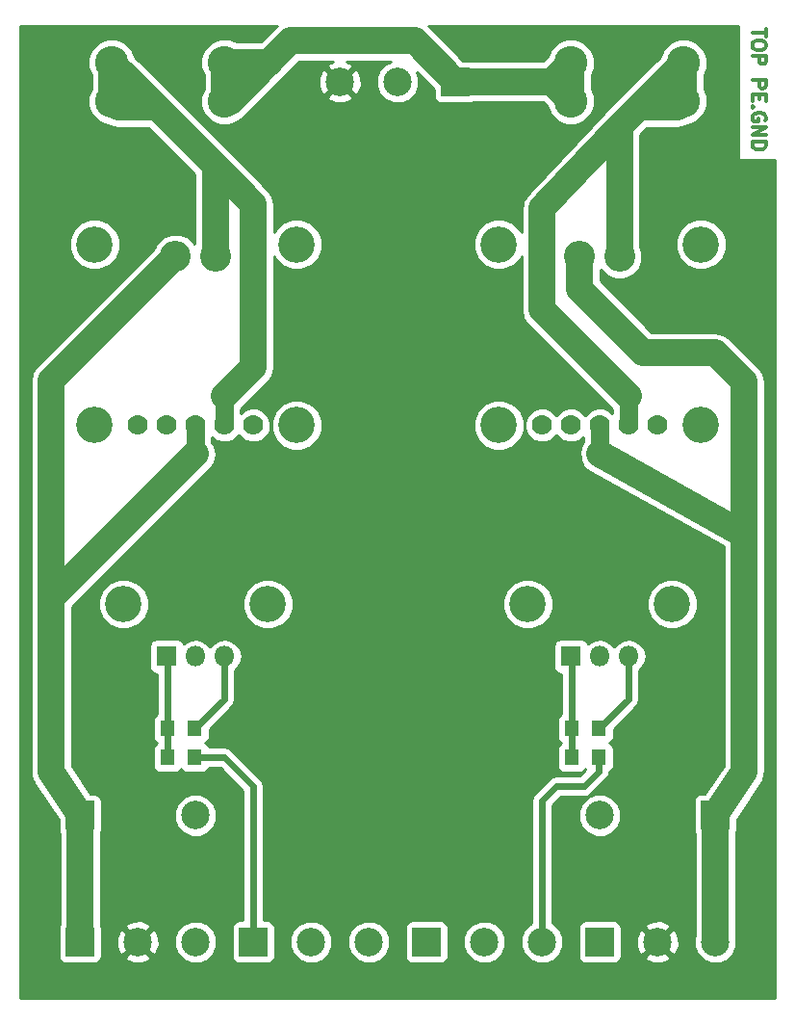
<source format=gtl>
G04 #@! TF.FileFunction,Copper,L1,Top,Signal*
%FSLAX46Y46*%
G04 Gerber Fmt 4.6, Leading zero omitted, Abs format (unit mm)*
G04 Created by KiCad (PCBNEW 4.0.6) date 06/30/17 08:52:43*
%MOMM*%
%LPD*%
G01*
G04 APERTURE LIST*
%ADD10C,0.100000*%
%ADD11C,0.304800*%
%ADD12R,2.500000X2.500000*%
%ADD13C,2.500000*%
%ADD14R,1.800000X1.800000*%
%ADD15O,1.800000X1.800000*%
%ADD16R,1.300000X1.400000*%
%ADD17C,2.921000*%
%ADD18C,3.200000*%
%ADD19C,3.200400*%
%ADD20C,1.778000*%
%ADD21C,2.717800*%
%ADD22C,2.362200*%
%ADD23C,1.625600*%
%ADD24C,0.609600*%
%ADD25C,0.254000*%
G04 APERTURE END LIST*
D10*
D11*
X177197657Y-52045715D02*
X177197657Y-52742401D01*
X175978457Y-52394058D02*
X177197657Y-52394058D01*
X177197657Y-53381029D02*
X177197657Y-53613258D01*
X177139600Y-53729372D01*
X177023486Y-53845486D01*
X176791257Y-53903544D01*
X176384857Y-53903544D01*
X176152629Y-53845486D01*
X176036514Y-53729372D01*
X175978457Y-53613258D01*
X175978457Y-53381029D01*
X176036514Y-53264915D01*
X176152629Y-53148801D01*
X176384857Y-53090744D01*
X176791257Y-53090744D01*
X177023486Y-53148801D01*
X177139600Y-53264915D01*
X177197657Y-53381029D01*
X175978457Y-54426058D02*
X177197657Y-54426058D01*
X177197657Y-54890515D01*
X177139600Y-55006629D01*
X177081543Y-55064686D01*
X176965429Y-55122743D01*
X176791257Y-55122743D01*
X176675143Y-55064686D01*
X176617086Y-55006629D01*
X176559029Y-54890515D01*
X176559029Y-54426058D01*
X175978457Y-56574172D02*
X177197657Y-56574172D01*
X177197657Y-57038629D01*
X177139600Y-57154743D01*
X177081543Y-57212800D01*
X176965429Y-57270857D01*
X176791257Y-57270857D01*
X176675143Y-57212800D01*
X176617086Y-57154743D01*
X176559029Y-57038629D01*
X176559029Y-56574172D01*
X176617086Y-57793372D02*
X176617086Y-58199772D01*
X175978457Y-58373943D02*
X175978457Y-57793372D01*
X177197657Y-57793372D01*
X177197657Y-58373943D01*
X176094571Y-58896458D02*
X176036514Y-58954515D01*
X175978457Y-58896458D01*
X176036514Y-58838401D01*
X176094571Y-58896458D01*
X175978457Y-58896458D01*
X177139600Y-60115657D02*
X177197657Y-59999543D01*
X177197657Y-59825372D01*
X177139600Y-59651200D01*
X177023486Y-59535086D01*
X176907371Y-59477029D01*
X176675143Y-59418972D01*
X176500971Y-59418972D01*
X176268743Y-59477029D01*
X176152629Y-59535086D01*
X176036514Y-59651200D01*
X175978457Y-59825372D01*
X175978457Y-59941486D01*
X176036514Y-60115657D01*
X176094571Y-60173714D01*
X176500971Y-60173714D01*
X176500971Y-59941486D01*
X175978457Y-60696229D02*
X177197657Y-60696229D01*
X175978457Y-61392914D01*
X177197657Y-61392914D01*
X175978457Y-61973486D02*
X177197657Y-61973486D01*
X177197657Y-62263771D01*
X177139600Y-62437943D01*
X177023486Y-62554057D01*
X176907371Y-62612114D01*
X176675143Y-62670171D01*
X176500971Y-62670171D01*
X176268743Y-62612114D01*
X176152629Y-62554057D01*
X176036514Y-62437943D01*
X175978457Y-62263771D01*
X175978457Y-61973486D01*
D12*
X132080000Y-132300000D03*
D13*
X137160000Y-132300000D03*
X142240000Y-132300000D03*
D12*
X147320000Y-132300000D03*
D13*
X152400000Y-132300000D03*
X157480000Y-132300000D03*
D12*
X149860000Y-56700000D03*
D13*
X144780000Y-56700000D03*
X139700000Y-56700000D03*
D12*
X116840000Y-132300000D03*
D13*
X121920000Y-132300000D03*
X127000000Y-132300000D03*
D12*
X162560000Y-132300000D03*
D13*
X167640000Y-132300000D03*
X172720000Y-132300000D03*
D14*
X124460000Y-107200000D03*
D15*
X127000000Y-107200000D03*
X129540000Y-107200000D03*
D14*
X160020000Y-107200000D03*
D15*
X162560000Y-107200000D03*
X165100000Y-107200000D03*
D16*
X126930000Y-116090000D03*
X124530000Y-116090000D03*
X124530000Y-113550000D03*
X126930000Y-113550000D03*
X162490000Y-116090000D03*
X160090000Y-116090000D03*
X160090000Y-113550000D03*
X162490000Y-113550000D03*
D17*
X129540000Y-55000000D03*
X119634000Y-55000000D03*
X129540000Y-58403600D03*
X119634000Y-58403600D03*
X160020000Y-58400000D03*
X169926000Y-58400000D03*
X160020000Y-54996400D03*
X169926000Y-54996400D03*
D18*
X120650000Y-102600000D03*
X133350000Y-102600000D03*
X156210000Y-102600000D03*
X168910000Y-102600000D03*
D12*
X116840000Y-121170000D03*
D13*
X127000000Y-121170000D03*
D12*
X172720000Y-121170000D03*
D13*
X162560000Y-121170000D03*
D19*
X135890000Y-86880000D03*
X135890000Y-70979600D03*
X118110000Y-70979600D03*
D20*
X121920000Y-86880000D03*
X124460000Y-86880000D03*
X127000000Y-86880000D03*
X129540000Y-86880000D03*
X132080000Y-86880000D03*
D21*
X128727200Y-72046400D03*
X125222000Y-72046400D03*
D19*
X118110000Y-86880000D03*
X171450000Y-86880000D03*
X171450000Y-70979600D03*
X153670000Y-70979600D03*
D20*
X157480000Y-86880000D03*
X160020000Y-86880000D03*
X162560000Y-86880000D03*
X165100000Y-86880000D03*
X167640000Y-86880000D03*
D21*
X164287200Y-72046400D03*
X160782000Y-72046400D03*
D19*
X153670000Y-86880000D03*
D22*
X114300000Y-102120000D02*
X127000000Y-89420000D01*
D23*
X127000000Y-89420000D02*
X127000000Y-86880000D01*
D22*
X125222000Y-72046400D02*
X114300000Y-82968400D01*
X114300000Y-82968400D02*
X114300000Y-102120000D01*
X114300000Y-117360000D02*
X116840000Y-121170000D01*
X114300000Y-102120000D02*
X114300000Y-117360000D01*
X116840000Y-132300000D02*
X116840000Y-121170000D01*
X175260000Y-83070000D02*
X172720000Y-80530000D01*
X172720000Y-80530000D02*
X166370000Y-80530000D01*
X166370000Y-80530000D02*
X160782000Y-74942000D01*
X160782000Y-74942000D02*
X160782000Y-72046400D01*
X175260000Y-96475556D02*
X175260000Y-84340000D01*
X175260000Y-84340000D02*
X175260000Y-83070000D01*
D23*
X162560000Y-86880000D02*
X162560000Y-89420000D01*
D22*
X162560000Y-89420000D02*
X175260000Y-96475556D01*
X175260000Y-117360000D02*
X175260000Y-96475556D01*
X175260000Y-117360000D02*
X172720000Y-121170000D01*
X172720000Y-132300000D02*
X172720000Y-121170000D01*
D24*
X126930000Y-116090000D02*
X129540000Y-116090000D01*
X129540000Y-116090000D02*
X132080000Y-118630000D01*
X132080000Y-118630000D02*
X132080000Y-132300000D01*
X162490000Y-116090000D02*
X162490000Y-117290000D01*
X157480000Y-119900000D02*
X157480000Y-132300000D01*
X158750000Y-118630000D02*
X157480000Y-119900000D01*
X161150000Y-118630000D02*
X158750000Y-118630000D01*
X162490000Y-117290000D02*
X161150000Y-118630000D01*
D22*
X160020000Y-58400000D02*
X160020000Y-54996400D01*
X129540000Y-58403600D02*
X129540000Y-55000000D01*
X129540000Y-55000000D02*
X133480000Y-55000000D01*
X133480000Y-55000000D02*
X133350000Y-55130000D01*
D23*
X129540000Y-58403600D02*
X130076400Y-58403600D01*
D22*
X130076400Y-58403600D02*
X133350000Y-55130000D01*
X133350000Y-55130000D02*
X135382000Y-53098000D01*
X146258000Y-53098000D02*
X149860000Y-56700000D01*
X135382000Y-53098000D02*
X146258000Y-53098000D01*
X149860000Y-56700000D02*
X158316400Y-56700000D01*
X158316400Y-56700000D02*
X160020000Y-54996400D01*
D23*
X160020000Y-58400000D02*
X160016400Y-58400000D01*
D22*
X160016400Y-58400000D02*
X158316400Y-56700000D01*
D24*
X165100000Y-107200000D02*
X165100000Y-110940000D01*
X165100000Y-110940000D02*
X162490000Y-113550000D01*
X129540000Y-107200000D02*
X129540000Y-110940000D01*
X129540000Y-110940000D02*
X126930000Y-113550000D01*
D22*
X119634000Y-58403600D02*
X119634000Y-55000000D01*
D23*
X129540000Y-86880000D02*
X129540000Y-84340000D01*
D22*
X132080000Y-81800000D02*
X132080000Y-67449000D01*
X132080000Y-67449000D02*
X128724200Y-64093200D01*
X128724200Y-64093200D02*
X128727200Y-64093200D01*
X129540000Y-84340000D02*
X132080000Y-81800000D01*
D23*
X119634000Y-58403600D02*
X120170400Y-58940000D01*
D22*
X120170400Y-58940000D02*
X123574000Y-58940000D01*
X119634000Y-55000000D02*
X123574000Y-58940000D01*
X123574000Y-58940000D02*
X128727200Y-64093200D01*
X128727200Y-64093200D02*
X128727200Y-72046400D01*
X169926000Y-58400000D02*
X169926000Y-54996400D01*
X169926000Y-54996400D02*
X165982400Y-58940000D01*
X157480000Y-67830000D02*
X164287200Y-60635200D01*
D23*
X165100000Y-86880000D02*
X165100000Y-84340000D01*
D22*
X157480000Y-76720000D02*
X157480000Y-67830000D01*
X165100000Y-84340000D02*
X157480000Y-76720000D01*
D23*
X164287200Y-61022800D02*
X164287200Y-60635200D01*
X169926000Y-58400000D02*
X169386000Y-58940000D01*
D22*
X169386000Y-58940000D02*
X165982400Y-58940000D01*
X165982400Y-58940000D02*
X164287200Y-60635200D01*
X164287200Y-60635200D02*
X164287200Y-72046400D01*
D24*
X124530000Y-113550000D02*
X124530000Y-107270000D01*
X124530000Y-107270000D02*
X124460000Y-107200000D01*
X124530000Y-116090000D02*
X124530000Y-113550000D01*
X160090000Y-116090000D02*
X160090000Y-113550000D01*
X160090000Y-113550000D02*
X160090000Y-107270000D01*
D11*
X160090000Y-107270000D02*
X160020000Y-107200000D01*
X159950000Y-113690000D02*
X160090000Y-113550000D01*
D25*
G36*
X134097823Y-51813823D02*
X132727746Y-53183900D01*
X130630640Y-53183900D01*
X129958649Y-52904865D01*
X129125008Y-52904137D01*
X128354545Y-53222486D01*
X127764558Y-53811445D01*
X127444865Y-54581351D01*
X127444137Y-55414992D01*
X127723900Y-56092070D01*
X127723900Y-57312960D01*
X127444865Y-57984951D01*
X127444137Y-58818592D01*
X127762486Y-59589055D01*
X128351445Y-60179042D01*
X129121351Y-60498735D01*
X129954992Y-60499463D01*
X130725455Y-60181114D01*
X130934381Y-59972552D01*
X131360577Y-59687777D01*
X133015033Y-58033320D01*
X138546285Y-58033320D01*
X138675533Y-58326123D01*
X139375806Y-58594388D01*
X140125435Y-58574250D01*
X140724467Y-58326123D01*
X140853715Y-58033320D01*
X139700000Y-56879605D01*
X138546285Y-58033320D01*
X133015033Y-58033320D01*
X134634174Y-56414179D01*
X134634177Y-56414177D01*
X134672548Y-56375806D01*
X137805612Y-56375806D01*
X137825750Y-57125435D01*
X138073877Y-57724467D01*
X138366680Y-57853715D01*
X139520395Y-56700000D01*
X139879605Y-56700000D01*
X141033320Y-57853715D01*
X141326123Y-57724467D01*
X141594388Y-57024194D01*
X141574250Y-56274565D01*
X141326123Y-55675533D01*
X141033320Y-55546285D01*
X139879605Y-56700000D01*
X139520395Y-56700000D01*
X138366680Y-55546285D01*
X138073877Y-55675533D01*
X137805612Y-56375806D01*
X134672548Y-56375806D01*
X136134254Y-54914100D01*
X139061269Y-54914100D01*
X138675533Y-55073877D01*
X138546285Y-55366680D01*
X139700000Y-56520395D01*
X140853715Y-55366680D01*
X140724467Y-55073877D01*
X140307389Y-54914100D01*
X144166065Y-54914100D01*
X143713628Y-55101043D01*
X143182907Y-55630839D01*
X142895328Y-56323405D01*
X142894674Y-57073305D01*
X143181043Y-57766372D01*
X143710839Y-58297093D01*
X144403405Y-58584672D01*
X145153305Y-58585326D01*
X145846372Y-58298957D01*
X146377093Y-57769161D01*
X146664672Y-57076595D01*
X146665326Y-56326695D01*
X146487170Y-55895523D01*
X147962560Y-57370913D01*
X147962560Y-57950000D01*
X148006838Y-58185317D01*
X148145910Y-58401441D01*
X148358110Y-58546431D01*
X148610000Y-58597440D01*
X151110000Y-58597440D01*
X151345317Y-58553162D01*
X151402913Y-58516100D01*
X157564146Y-58516100D01*
X157967159Y-58919113D01*
X158242486Y-59585455D01*
X158831445Y-60175442D01*
X159601351Y-60495135D01*
X160434992Y-60495863D01*
X161205455Y-60177514D01*
X161795442Y-59588555D01*
X162115135Y-58818649D01*
X162115863Y-57985008D01*
X161836100Y-57307930D01*
X161836100Y-56087040D01*
X162115135Y-55415049D01*
X162115863Y-54581408D01*
X161797514Y-53810945D01*
X161208555Y-53220958D01*
X160438649Y-52901265D01*
X159605008Y-52900537D01*
X158834545Y-53218886D01*
X158244558Y-53807845D01*
X157963614Y-54484432D01*
X157564146Y-54883900D01*
X151406281Y-54883900D01*
X151361890Y-54853569D01*
X151110000Y-54802560D01*
X150530913Y-54802560D01*
X147542177Y-51813823D01*
X147461625Y-51760000D01*
X174767240Y-51760000D01*
X174767240Y-63537400D01*
X177970000Y-63537400D01*
X177970000Y-137240000D01*
X111590000Y-137240000D01*
X111590000Y-82968400D01*
X112483899Y-82968400D01*
X112483900Y-82968405D01*
X112483900Y-102119995D01*
X112483899Y-102120000D01*
X112483900Y-102120005D01*
X112483900Y-117360000D01*
X112518612Y-117534510D01*
X112518426Y-117712441D01*
X112587063Y-117878637D01*
X112622142Y-118054991D01*
X112720994Y-118202934D01*
X112788913Y-118367391D01*
X114942560Y-121597862D01*
X114942560Y-122420000D01*
X114986838Y-122655317D01*
X115023900Y-122712913D01*
X115023900Y-130753719D01*
X114993569Y-130798110D01*
X114942560Y-131050000D01*
X114942560Y-133550000D01*
X114986838Y-133785317D01*
X115125910Y-134001441D01*
X115338110Y-134146431D01*
X115590000Y-134197440D01*
X118090000Y-134197440D01*
X118325317Y-134153162D01*
X118541441Y-134014090D01*
X118686431Y-133801890D01*
X118720567Y-133633320D01*
X120766285Y-133633320D01*
X120895533Y-133926123D01*
X121595806Y-134194388D01*
X122345435Y-134174250D01*
X122944467Y-133926123D01*
X123073715Y-133633320D01*
X121920000Y-132479605D01*
X120766285Y-133633320D01*
X118720567Y-133633320D01*
X118737440Y-133550000D01*
X118737440Y-131975806D01*
X120025612Y-131975806D01*
X120045750Y-132725435D01*
X120293877Y-133324467D01*
X120586680Y-133453715D01*
X121740395Y-132300000D01*
X122099605Y-132300000D01*
X123253320Y-133453715D01*
X123546123Y-133324467D01*
X123795574Y-132673305D01*
X125114674Y-132673305D01*
X125401043Y-133366372D01*
X125930839Y-133897093D01*
X126623405Y-134184672D01*
X127373305Y-134185326D01*
X128066372Y-133898957D01*
X128597093Y-133369161D01*
X128884672Y-132676595D01*
X128885326Y-131926695D01*
X128598957Y-131233628D01*
X128069161Y-130702907D01*
X127376595Y-130415328D01*
X126626695Y-130414674D01*
X125933628Y-130701043D01*
X125402907Y-131230839D01*
X125115328Y-131923405D01*
X125114674Y-132673305D01*
X123795574Y-132673305D01*
X123814388Y-132624194D01*
X123794250Y-131874565D01*
X123546123Y-131275533D01*
X123253320Y-131146285D01*
X122099605Y-132300000D01*
X121740395Y-132300000D01*
X120586680Y-131146285D01*
X120293877Y-131275533D01*
X120025612Y-131975806D01*
X118737440Y-131975806D01*
X118737440Y-131050000D01*
X118721763Y-130966680D01*
X120766285Y-130966680D01*
X121920000Y-132120395D01*
X123073715Y-130966680D01*
X122944467Y-130673877D01*
X122244194Y-130405612D01*
X121494565Y-130425750D01*
X120895533Y-130673877D01*
X120766285Y-130966680D01*
X118721763Y-130966680D01*
X118693162Y-130814683D01*
X118656100Y-130757087D01*
X118656100Y-122716281D01*
X118686431Y-122671890D01*
X118737440Y-122420000D01*
X118737440Y-121543305D01*
X125114674Y-121543305D01*
X125401043Y-122236372D01*
X125930839Y-122767093D01*
X126623405Y-123054672D01*
X127373305Y-123055326D01*
X128066372Y-122768957D01*
X128597093Y-122239161D01*
X128884672Y-121546595D01*
X128885326Y-120796695D01*
X128598957Y-120103628D01*
X128069161Y-119572907D01*
X127376595Y-119285328D01*
X126626695Y-119284674D01*
X125933628Y-119571043D01*
X125402907Y-120100839D01*
X125115328Y-120793405D01*
X125114674Y-121543305D01*
X118737440Y-121543305D01*
X118737440Y-119920000D01*
X118693162Y-119684683D01*
X118554090Y-119468559D01*
X118341890Y-119323569D01*
X118090000Y-119272560D01*
X117757720Y-119272560D01*
X116116100Y-116810129D01*
X116116100Y-106300000D01*
X122912560Y-106300000D01*
X122912560Y-108100000D01*
X122956838Y-108335317D01*
X123095910Y-108551441D01*
X123308110Y-108696431D01*
X123560000Y-108747440D01*
X123590200Y-108747440D01*
X123590200Y-112281897D01*
X123428559Y-112385910D01*
X123283569Y-112598110D01*
X123232560Y-112850000D01*
X123232560Y-114250000D01*
X123276838Y-114485317D01*
X123415910Y-114701441D01*
X123590200Y-114820528D01*
X123590200Y-114821897D01*
X123428559Y-114925910D01*
X123283569Y-115138110D01*
X123232560Y-115390000D01*
X123232560Y-116790000D01*
X123276838Y-117025317D01*
X123415910Y-117241441D01*
X123628110Y-117386431D01*
X123880000Y-117437440D01*
X125180000Y-117437440D01*
X125415317Y-117393162D01*
X125631441Y-117254090D01*
X125730633Y-117108917D01*
X125815910Y-117241441D01*
X126028110Y-117386431D01*
X126280000Y-117437440D01*
X127580000Y-117437440D01*
X127815317Y-117393162D01*
X128031441Y-117254090D01*
X128176431Y-117041890D01*
X128178879Y-117029800D01*
X129150722Y-117029800D01*
X131140200Y-119019278D01*
X131140200Y-130402560D01*
X130830000Y-130402560D01*
X130594683Y-130446838D01*
X130378559Y-130585910D01*
X130233569Y-130798110D01*
X130182560Y-131050000D01*
X130182560Y-133550000D01*
X130226838Y-133785317D01*
X130365910Y-134001441D01*
X130578110Y-134146431D01*
X130830000Y-134197440D01*
X133330000Y-134197440D01*
X133565317Y-134153162D01*
X133781441Y-134014090D01*
X133926431Y-133801890D01*
X133977440Y-133550000D01*
X133977440Y-132673305D01*
X135274674Y-132673305D01*
X135561043Y-133366372D01*
X136090839Y-133897093D01*
X136783405Y-134184672D01*
X137533305Y-134185326D01*
X138226372Y-133898957D01*
X138757093Y-133369161D01*
X139044672Y-132676595D01*
X139044674Y-132673305D01*
X140354674Y-132673305D01*
X140641043Y-133366372D01*
X141170839Y-133897093D01*
X141863405Y-134184672D01*
X142613305Y-134185326D01*
X143306372Y-133898957D01*
X143837093Y-133369161D01*
X144124672Y-132676595D01*
X144125326Y-131926695D01*
X143838957Y-131233628D01*
X143655650Y-131050000D01*
X145422560Y-131050000D01*
X145422560Y-133550000D01*
X145466838Y-133785317D01*
X145605910Y-134001441D01*
X145818110Y-134146431D01*
X146070000Y-134197440D01*
X148570000Y-134197440D01*
X148805317Y-134153162D01*
X149021441Y-134014090D01*
X149166431Y-133801890D01*
X149217440Y-133550000D01*
X149217440Y-132673305D01*
X150514674Y-132673305D01*
X150801043Y-133366372D01*
X151330839Y-133897093D01*
X152023405Y-134184672D01*
X152773305Y-134185326D01*
X153466372Y-133898957D01*
X153997093Y-133369161D01*
X154284672Y-132676595D01*
X154284674Y-132673305D01*
X155594674Y-132673305D01*
X155881043Y-133366372D01*
X156410839Y-133897093D01*
X157103405Y-134184672D01*
X157853305Y-134185326D01*
X158546372Y-133898957D01*
X159077093Y-133369161D01*
X159364672Y-132676595D01*
X159365326Y-131926695D01*
X159078957Y-131233628D01*
X158895650Y-131050000D01*
X160662560Y-131050000D01*
X160662560Y-133550000D01*
X160706838Y-133785317D01*
X160845910Y-134001441D01*
X161058110Y-134146431D01*
X161310000Y-134197440D01*
X163810000Y-134197440D01*
X164045317Y-134153162D01*
X164261441Y-134014090D01*
X164406431Y-133801890D01*
X164440567Y-133633320D01*
X166486285Y-133633320D01*
X166615533Y-133926123D01*
X167315806Y-134194388D01*
X168065435Y-134174250D01*
X168664467Y-133926123D01*
X168793715Y-133633320D01*
X167640000Y-132479605D01*
X166486285Y-133633320D01*
X164440567Y-133633320D01*
X164457440Y-133550000D01*
X164457440Y-131975806D01*
X165745612Y-131975806D01*
X165765750Y-132725435D01*
X166013877Y-133324467D01*
X166306680Y-133453715D01*
X167460395Y-132300000D01*
X167819605Y-132300000D01*
X168973320Y-133453715D01*
X169266123Y-133324467D01*
X169534388Y-132624194D01*
X169514250Y-131874565D01*
X169266123Y-131275533D01*
X168973320Y-131146285D01*
X167819605Y-132300000D01*
X167460395Y-132300000D01*
X166306680Y-131146285D01*
X166013877Y-131275533D01*
X165745612Y-131975806D01*
X164457440Y-131975806D01*
X164457440Y-131050000D01*
X164441763Y-130966680D01*
X166486285Y-130966680D01*
X167640000Y-132120395D01*
X168793715Y-130966680D01*
X168664467Y-130673877D01*
X167964194Y-130405612D01*
X167214565Y-130425750D01*
X166615533Y-130673877D01*
X166486285Y-130966680D01*
X164441763Y-130966680D01*
X164413162Y-130814683D01*
X164274090Y-130598559D01*
X164061890Y-130453569D01*
X163810000Y-130402560D01*
X161310000Y-130402560D01*
X161074683Y-130446838D01*
X160858559Y-130585910D01*
X160713569Y-130798110D01*
X160662560Y-131050000D01*
X158895650Y-131050000D01*
X158549161Y-130702907D01*
X158419800Y-130649192D01*
X158419800Y-121543305D01*
X160674674Y-121543305D01*
X160961043Y-122236372D01*
X161490839Y-122767093D01*
X162183405Y-123054672D01*
X162933305Y-123055326D01*
X163626372Y-122768957D01*
X164157093Y-122239161D01*
X164444672Y-121546595D01*
X164445326Y-120796695D01*
X164158957Y-120103628D01*
X163629161Y-119572907D01*
X162936595Y-119285328D01*
X162186695Y-119284674D01*
X161493628Y-119571043D01*
X160962907Y-120100839D01*
X160675328Y-120793405D01*
X160674674Y-121543305D01*
X158419800Y-121543305D01*
X158419800Y-120289278D01*
X159139278Y-119569800D01*
X161150000Y-119569800D01*
X161509646Y-119498262D01*
X161814539Y-119294539D01*
X163154539Y-117954539D01*
X163358262Y-117649646D01*
X163414265Y-117368100D01*
X163591441Y-117254090D01*
X163736431Y-117041890D01*
X163787440Y-116790000D01*
X163787440Y-115390000D01*
X163743162Y-115154683D01*
X163604090Y-114938559D01*
X163428768Y-114818767D01*
X163591441Y-114714090D01*
X163736431Y-114501890D01*
X163787440Y-114250000D01*
X163787440Y-113581638D01*
X165764539Y-111604539D01*
X165968262Y-111299646D01*
X166039800Y-110940000D01*
X166039800Y-108402795D01*
X166215481Y-108285409D01*
X166548227Y-107787419D01*
X166665072Y-107200000D01*
X166548227Y-106612581D01*
X166215481Y-106114591D01*
X165717491Y-105781845D01*
X165130072Y-105665000D01*
X165069928Y-105665000D01*
X164482509Y-105781845D01*
X163984519Y-106114591D01*
X163830000Y-106345845D01*
X163675481Y-106114591D01*
X163177491Y-105781845D01*
X162590072Y-105665000D01*
X162529928Y-105665000D01*
X161942509Y-105781845D01*
X161521974Y-106062837D01*
X161384090Y-105848559D01*
X161171890Y-105703569D01*
X160920000Y-105652560D01*
X159120000Y-105652560D01*
X158884683Y-105696838D01*
X158668559Y-105835910D01*
X158523569Y-106048110D01*
X158472560Y-106300000D01*
X158472560Y-108100000D01*
X158516838Y-108335317D01*
X158655910Y-108551441D01*
X158868110Y-108696431D01*
X159120000Y-108747440D01*
X159150200Y-108747440D01*
X159150200Y-112281897D01*
X158988559Y-112385910D01*
X158843569Y-112598110D01*
X158792560Y-112850000D01*
X158792560Y-114250000D01*
X158836838Y-114485317D01*
X158975910Y-114701441D01*
X159150200Y-114820528D01*
X159150200Y-114821897D01*
X158988559Y-114925910D01*
X158843569Y-115138110D01*
X158792560Y-115390000D01*
X158792560Y-116790000D01*
X158836838Y-117025317D01*
X158975910Y-117241441D01*
X159188110Y-117386431D01*
X159440000Y-117437440D01*
X160740000Y-117437440D01*
X160975317Y-117393162D01*
X161191441Y-117254090D01*
X161290633Y-117108917D01*
X161310747Y-117140175D01*
X160760722Y-117690200D01*
X158750000Y-117690200D01*
X158390354Y-117761738D01*
X158085461Y-117965461D01*
X156815461Y-119235461D01*
X156611738Y-119540354D01*
X156540200Y-119900000D01*
X156540200Y-130648745D01*
X156413628Y-130701043D01*
X155882907Y-131230839D01*
X155595328Y-131923405D01*
X155594674Y-132673305D01*
X154284674Y-132673305D01*
X154285326Y-131926695D01*
X153998957Y-131233628D01*
X153469161Y-130702907D01*
X152776595Y-130415328D01*
X152026695Y-130414674D01*
X151333628Y-130701043D01*
X150802907Y-131230839D01*
X150515328Y-131923405D01*
X150514674Y-132673305D01*
X149217440Y-132673305D01*
X149217440Y-131050000D01*
X149173162Y-130814683D01*
X149034090Y-130598559D01*
X148821890Y-130453569D01*
X148570000Y-130402560D01*
X146070000Y-130402560D01*
X145834683Y-130446838D01*
X145618559Y-130585910D01*
X145473569Y-130798110D01*
X145422560Y-131050000D01*
X143655650Y-131050000D01*
X143309161Y-130702907D01*
X142616595Y-130415328D01*
X141866695Y-130414674D01*
X141173628Y-130701043D01*
X140642907Y-131230839D01*
X140355328Y-131923405D01*
X140354674Y-132673305D01*
X139044674Y-132673305D01*
X139045326Y-131926695D01*
X138758957Y-131233628D01*
X138229161Y-130702907D01*
X137536595Y-130415328D01*
X136786695Y-130414674D01*
X136093628Y-130701043D01*
X135562907Y-131230839D01*
X135275328Y-131923405D01*
X135274674Y-132673305D01*
X133977440Y-132673305D01*
X133977440Y-131050000D01*
X133933162Y-130814683D01*
X133794090Y-130598559D01*
X133581890Y-130453569D01*
X133330000Y-130402560D01*
X133019800Y-130402560D01*
X133019800Y-118630000D01*
X132948262Y-118270354D01*
X132744539Y-117965461D01*
X130204539Y-115425461D01*
X129899646Y-115221738D01*
X129540000Y-115150200D01*
X128180277Y-115150200D01*
X128044090Y-114938559D01*
X127868768Y-114818767D01*
X128031441Y-114714090D01*
X128176431Y-114501890D01*
X128227440Y-114250000D01*
X128227440Y-113581638D01*
X130204539Y-111604539D01*
X130408262Y-111299646D01*
X130479800Y-110940000D01*
X130479800Y-108402795D01*
X130655481Y-108285409D01*
X130988227Y-107787419D01*
X131105072Y-107200000D01*
X130988227Y-106612581D01*
X130655481Y-106114591D01*
X130157491Y-105781845D01*
X129570072Y-105665000D01*
X129509928Y-105665000D01*
X128922509Y-105781845D01*
X128424519Y-106114591D01*
X128270000Y-106345845D01*
X128115481Y-106114591D01*
X127617491Y-105781845D01*
X127030072Y-105665000D01*
X126969928Y-105665000D01*
X126382509Y-105781845D01*
X125961974Y-106062837D01*
X125824090Y-105848559D01*
X125611890Y-105703569D01*
X125360000Y-105652560D01*
X123560000Y-105652560D01*
X123324683Y-105696838D01*
X123108559Y-105835910D01*
X122963569Y-106048110D01*
X122912560Y-106300000D01*
X116116100Y-106300000D01*
X116116100Y-103042619D01*
X118414613Y-103042619D01*
X118754155Y-103864372D01*
X119382321Y-104493636D01*
X120203481Y-104834611D01*
X121092619Y-104835387D01*
X121914372Y-104495845D01*
X122543636Y-103867679D01*
X122884611Y-103046519D01*
X122884614Y-103042619D01*
X131114613Y-103042619D01*
X131454155Y-103864372D01*
X132082321Y-104493636D01*
X132903481Y-104834611D01*
X133792619Y-104835387D01*
X134614372Y-104495845D01*
X135243636Y-103867679D01*
X135584611Y-103046519D01*
X135584614Y-103042619D01*
X153974613Y-103042619D01*
X154314155Y-103864372D01*
X154942321Y-104493636D01*
X155763481Y-104834611D01*
X156652619Y-104835387D01*
X157474372Y-104495845D01*
X158103636Y-103867679D01*
X158444611Y-103046519D01*
X158444614Y-103042619D01*
X166674613Y-103042619D01*
X167014155Y-103864372D01*
X167642321Y-104493636D01*
X168463481Y-104834611D01*
X169352619Y-104835387D01*
X170174372Y-104495845D01*
X170803636Y-103867679D01*
X171144611Y-103046519D01*
X171145387Y-102157381D01*
X170805845Y-101335628D01*
X170177679Y-100706364D01*
X169356519Y-100365389D01*
X168467381Y-100364613D01*
X167645628Y-100704155D01*
X167016364Y-101332321D01*
X166675389Y-102153481D01*
X166674613Y-103042619D01*
X158444614Y-103042619D01*
X158445387Y-102157381D01*
X158105845Y-101335628D01*
X157477679Y-100706364D01*
X156656519Y-100365389D01*
X155767381Y-100364613D01*
X154945628Y-100704155D01*
X154316364Y-101332321D01*
X153975389Y-102153481D01*
X153974613Y-103042619D01*
X135584614Y-103042619D01*
X135585387Y-102157381D01*
X135245845Y-101335628D01*
X134617679Y-100706364D01*
X133796519Y-100365389D01*
X132907381Y-100364613D01*
X132085628Y-100704155D01*
X131456364Y-101332321D01*
X131115389Y-102153481D01*
X131114613Y-103042619D01*
X122884614Y-103042619D01*
X122885387Y-102157381D01*
X122545845Y-101335628D01*
X121917679Y-100706364D01*
X121096519Y-100365389D01*
X120207381Y-100364613D01*
X119385628Y-100704155D01*
X118756364Y-101332321D01*
X118415389Y-102153481D01*
X118414613Y-103042619D01*
X116116100Y-103042619D01*
X116116100Y-102872254D01*
X128284176Y-90704177D01*
X128677857Y-90114992D01*
X128816100Y-89420000D01*
X128677857Y-88725008D01*
X128447800Y-88380704D01*
X128447800Y-87943037D01*
X128675596Y-88171231D01*
X129235528Y-88403735D01*
X129841812Y-88404264D01*
X130402149Y-88172738D01*
X130810336Y-87765263D01*
X131215596Y-88171231D01*
X131775528Y-88403735D01*
X132381812Y-88404264D01*
X132942149Y-88172738D01*
X133371231Y-87744404D01*
X133546355Y-87322658D01*
X133654413Y-87322658D01*
X133993985Y-88144485D01*
X134622208Y-88773805D01*
X135443441Y-89114811D01*
X136332658Y-89115587D01*
X137154485Y-88776015D01*
X137783805Y-88147792D01*
X138124811Y-87326559D01*
X138124814Y-87322658D01*
X151434413Y-87322658D01*
X151773985Y-88144485D01*
X152402208Y-88773805D01*
X153223441Y-89114811D01*
X154112658Y-89115587D01*
X154934485Y-88776015D01*
X155563805Y-88147792D01*
X155904811Y-87326559D01*
X155905587Y-86437342D01*
X155566015Y-85615515D01*
X154937792Y-84986195D01*
X154116559Y-84645189D01*
X153227342Y-84644413D01*
X152405515Y-84983985D01*
X151776195Y-85612208D01*
X151435189Y-86433441D01*
X151434413Y-87322658D01*
X138124814Y-87322658D01*
X138125587Y-86437342D01*
X137786015Y-85615515D01*
X137157792Y-84986195D01*
X136336559Y-84645189D01*
X135447342Y-84644413D01*
X134625515Y-84983985D01*
X133996195Y-85612208D01*
X133655189Y-86433441D01*
X133654413Y-87322658D01*
X133546355Y-87322658D01*
X133603735Y-87184472D01*
X133604264Y-86578188D01*
X133372738Y-86017851D01*
X132944404Y-85588769D01*
X132384472Y-85356265D01*
X131778188Y-85355736D01*
X131217851Y-85587262D01*
X130987800Y-85816912D01*
X130987800Y-85460554D01*
X133364174Y-83084179D01*
X133364177Y-83084177D01*
X133757858Y-82494991D01*
X133896100Y-81800000D01*
X133896100Y-72007185D01*
X133993985Y-72244085D01*
X134622208Y-72873405D01*
X135443441Y-73214411D01*
X136332658Y-73215187D01*
X137154485Y-72875615D01*
X137783805Y-72247392D01*
X138124811Y-71426159D01*
X138124814Y-71422258D01*
X151434413Y-71422258D01*
X151773985Y-72244085D01*
X152402208Y-72873405D01*
X153223441Y-73214411D01*
X154112658Y-73215187D01*
X154934485Y-72875615D01*
X155563805Y-72247392D01*
X155663900Y-72006337D01*
X155663900Y-76719995D01*
X155663899Y-76720000D01*
X155802142Y-77414992D01*
X156195823Y-78004177D01*
X163652200Y-85460553D01*
X163652200Y-85816963D01*
X163424404Y-85588769D01*
X162864472Y-85356265D01*
X162258188Y-85355736D01*
X161697851Y-85587262D01*
X161289664Y-85994737D01*
X160884404Y-85588769D01*
X160324472Y-85356265D01*
X159718188Y-85355736D01*
X159157851Y-85587262D01*
X158749664Y-85994737D01*
X158344404Y-85588769D01*
X157784472Y-85356265D01*
X157178188Y-85355736D01*
X156617851Y-85587262D01*
X156188769Y-86015596D01*
X155956265Y-86575528D01*
X155955736Y-87181812D01*
X156187262Y-87742149D01*
X156615596Y-88171231D01*
X157175528Y-88403735D01*
X157781812Y-88404264D01*
X158342149Y-88172738D01*
X158750336Y-87765263D01*
X159155596Y-88171231D01*
X159715528Y-88403735D01*
X160321812Y-88404264D01*
X160882149Y-88172738D01*
X161112200Y-87943088D01*
X161112200Y-88373255D01*
X160972443Y-88538024D01*
X160755771Y-89212692D01*
X160813776Y-89918921D01*
X161137629Y-90549194D01*
X161678024Y-91007557D01*
X173443900Y-97544155D01*
X173443900Y-116810129D01*
X171802279Y-119272560D01*
X171470000Y-119272560D01*
X171234683Y-119316838D01*
X171018559Y-119455910D01*
X170873569Y-119668110D01*
X170822560Y-119920000D01*
X170822560Y-122420000D01*
X170866838Y-122655317D01*
X170903900Y-122712913D01*
X170903900Y-131758266D01*
X170835328Y-131923405D01*
X170834674Y-132673305D01*
X171121043Y-133366372D01*
X171650839Y-133897093D01*
X172343405Y-134184672D01*
X173093305Y-134185326D01*
X173786372Y-133898957D01*
X174317093Y-133369161D01*
X174604672Y-132676595D01*
X174605326Y-131926695D01*
X174536100Y-131759155D01*
X174536100Y-122716281D01*
X174566431Y-122671890D01*
X174617440Y-122420000D01*
X174617440Y-121597861D01*
X176771086Y-118367391D01*
X176839004Y-118202936D01*
X176937858Y-118054991D01*
X176972937Y-117878636D01*
X177041574Y-117712441D01*
X177041388Y-117534510D01*
X177076100Y-117360000D01*
X177076100Y-83070000D01*
X176937858Y-82375009D01*
X176544177Y-81785823D01*
X176544174Y-81785821D01*
X174004177Y-79245823D01*
X173414992Y-78852142D01*
X172720000Y-78713899D01*
X172719995Y-78713900D01*
X167122253Y-78713900D01*
X162598100Y-74189746D01*
X162598100Y-73176614D01*
X163156272Y-73735761D01*
X163888849Y-74039953D01*
X164682071Y-74040646D01*
X165415178Y-73737732D01*
X165976561Y-73177328D01*
X166280753Y-72444751D01*
X166281446Y-71651529D01*
X166186714Y-71422258D01*
X169214413Y-71422258D01*
X169553985Y-72244085D01*
X170182208Y-72873405D01*
X171003441Y-73214411D01*
X171892658Y-73215187D01*
X172714485Y-72875615D01*
X173343805Y-72247392D01*
X173684811Y-71426159D01*
X173685587Y-70536942D01*
X173346015Y-69715115D01*
X172717792Y-69085795D01*
X171896559Y-68744789D01*
X171007342Y-68744013D01*
X170185515Y-69083585D01*
X169556195Y-69711808D01*
X169215189Y-70533041D01*
X169214413Y-71422258D01*
X166186714Y-71422258D01*
X166103300Y-71220383D01*
X166103300Y-61387454D01*
X166734654Y-60756100D01*
X169386000Y-60756100D01*
X170080991Y-60617858D01*
X170263671Y-60495795D01*
X170340992Y-60495863D01*
X171111455Y-60177514D01*
X171701442Y-59588555D01*
X172021135Y-58818649D01*
X172021863Y-57985008D01*
X171742100Y-57307930D01*
X171742100Y-56087040D01*
X172021135Y-55415049D01*
X172021863Y-54581408D01*
X171703514Y-53810945D01*
X171114555Y-53220958D01*
X170344649Y-52901265D01*
X169511008Y-52900537D01*
X168740545Y-53218886D01*
X168150558Y-53807845D01*
X167869614Y-54484433D01*
X164698223Y-57655823D01*
X163003023Y-59351023D01*
X162988825Y-59372272D01*
X162967981Y-59387050D01*
X156160780Y-66581850D01*
X155985289Y-66860909D01*
X155802142Y-67135009D01*
X155797157Y-67160071D01*
X155783554Y-67181702D01*
X155728213Y-67506677D01*
X155663900Y-67830000D01*
X155663900Y-69952015D01*
X155566015Y-69715115D01*
X154937792Y-69085795D01*
X154116559Y-68744789D01*
X153227342Y-68744013D01*
X152405515Y-69083585D01*
X151776195Y-69711808D01*
X151435189Y-70533041D01*
X151434413Y-71422258D01*
X138124814Y-71422258D01*
X138125587Y-70536942D01*
X137786015Y-69715115D01*
X137157792Y-69085795D01*
X136336559Y-68744789D01*
X135447342Y-68744013D01*
X134625515Y-69083585D01*
X133996195Y-69711808D01*
X133896100Y-69952863D01*
X133896100Y-67449005D01*
X133896101Y-67449000D01*
X133757858Y-66754008D01*
X133364177Y-66164823D01*
X130017418Y-62818064D01*
X130011377Y-62809023D01*
X130011374Y-62809021D01*
X124858177Y-57655823D01*
X124858174Y-57655821D01*
X121689376Y-54487022D01*
X121411514Y-53814545D01*
X120822555Y-53224558D01*
X120052649Y-52904865D01*
X119219008Y-52904137D01*
X118448545Y-53222486D01*
X117858558Y-53811445D01*
X117538865Y-54581351D01*
X117538137Y-55414992D01*
X117817900Y-56092070D01*
X117817900Y-57312960D01*
X117538865Y-57984951D01*
X117538137Y-58818592D01*
X117856486Y-59589055D01*
X118445445Y-60179042D01*
X119215351Y-60498735D01*
X119297236Y-60498807D01*
X119475409Y-60617858D01*
X120170400Y-60756100D01*
X122821746Y-60756100D01*
X126911100Y-64845453D01*
X126911100Y-70916186D01*
X126352928Y-70357039D01*
X125620351Y-70052847D01*
X124827129Y-70052154D01*
X124094022Y-70355068D01*
X123532639Y-70915472D01*
X123353742Y-71346305D01*
X113015823Y-81684223D01*
X112622142Y-82273408D01*
X112483899Y-82968400D01*
X111590000Y-82968400D01*
X111590000Y-71422258D01*
X115874413Y-71422258D01*
X116213985Y-72244085D01*
X116842208Y-72873405D01*
X117663441Y-73214411D01*
X118552658Y-73215187D01*
X119374485Y-72875615D01*
X120003805Y-72247392D01*
X120344811Y-71426159D01*
X120345587Y-70536942D01*
X120006015Y-69715115D01*
X119377792Y-69085795D01*
X118556559Y-68744789D01*
X117667342Y-68744013D01*
X116845515Y-69083585D01*
X116216195Y-69711808D01*
X115875189Y-70533041D01*
X115874413Y-71422258D01*
X111590000Y-71422258D01*
X111590000Y-51760000D01*
X134178375Y-51760000D01*
X134097823Y-51813823D01*
X134097823Y-51813823D01*
G37*
X134097823Y-51813823D02*
X132727746Y-53183900D01*
X130630640Y-53183900D01*
X129958649Y-52904865D01*
X129125008Y-52904137D01*
X128354545Y-53222486D01*
X127764558Y-53811445D01*
X127444865Y-54581351D01*
X127444137Y-55414992D01*
X127723900Y-56092070D01*
X127723900Y-57312960D01*
X127444865Y-57984951D01*
X127444137Y-58818592D01*
X127762486Y-59589055D01*
X128351445Y-60179042D01*
X129121351Y-60498735D01*
X129954992Y-60499463D01*
X130725455Y-60181114D01*
X130934381Y-59972552D01*
X131360577Y-59687777D01*
X133015033Y-58033320D01*
X138546285Y-58033320D01*
X138675533Y-58326123D01*
X139375806Y-58594388D01*
X140125435Y-58574250D01*
X140724467Y-58326123D01*
X140853715Y-58033320D01*
X139700000Y-56879605D01*
X138546285Y-58033320D01*
X133015033Y-58033320D01*
X134634174Y-56414179D01*
X134634177Y-56414177D01*
X134672548Y-56375806D01*
X137805612Y-56375806D01*
X137825750Y-57125435D01*
X138073877Y-57724467D01*
X138366680Y-57853715D01*
X139520395Y-56700000D01*
X139879605Y-56700000D01*
X141033320Y-57853715D01*
X141326123Y-57724467D01*
X141594388Y-57024194D01*
X141574250Y-56274565D01*
X141326123Y-55675533D01*
X141033320Y-55546285D01*
X139879605Y-56700000D01*
X139520395Y-56700000D01*
X138366680Y-55546285D01*
X138073877Y-55675533D01*
X137805612Y-56375806D01*
X134672548Y-56375806D01*
X136134254Y-54914100D01*
X139061269Y-54914100D01*
X138675533Y-55073877D01*
X138546285Y-55366680D01*
X139700000Y-56520395D01*
X140853715Y-55366680D01*
X140724467Y-55073877D01*
X140307389Y-54914100D01*
X144166065Y-54914100D01*
X143713628Y-55101043D01*
X143182907Y-55630839D01*
X142895328Y-56323405D01*
X142894674Y-57073305D01*
X143181043Y-57766372D01*
X143710839Y-58297093D01*
X144403405Y-58584672D01*
X145153305Y-58585326D01*
X145846372Y-58298957D01*
X146377093Y-57769161D01*
X146664672Y-57076595D01*
X146665326Y-56326695D01*
X146487170Y-55895523D01*
X147962560Y-57370913D01*
X147962560Y-57950000D01*
X148006838Y-58185317D01*
X148145910Y-58401441D01*
X148358110Y-58546431D01*
X148610000Y-58597440D01*
X151110000Y-58597440D01*
X151345317Y-58553162D01*
X151402913Y-58516100D01*
X157564146Y-58516100D01*
X157967159Y-58919113D01*
X158242486Y-59585455D01*
X158831445Y-60175442D01*
X159601351Y-60495135D01*
X160434992Y-60495863D01*
X161205455Y-60177514D01*
X161795442Y-59588555D01*
X162115135Y-58818649D01*
X162115863Y-57985008D01*
X161836100Y-57307930D01*
X161836100Y-56087040D01*
X162115135Y-55415049D01*
X162115863Y-54581408D01*
X161797514Y-53810945D01*
X161208555Y-53220958D01*
X160438649Y-52901265D01*
X159605008Y-52900537D01*
X158834545Y-53218886D01*
X158244558Y-53807845D01*
X157963614Y-54484432D01*
X157564146Y-54883900D01*
X151406281Y-54883900D01*
X151361890Y-54853569D01*
X151110000Y-54802560D01*
X150530913Y-54802560D01*
X147542177Y-51813823D01*
X147461625Y-51760000D01*
X174767240Y-51760000D01*
X174767240Y-63537400D01*
X177970000Y-63537400D01*
X177970000Y-137240000D01*
X111590000Y-137240000D01*
X111590000Y-82968400D01*
X112483899Y-82968400D01*
X112483900Y-82968405D01*
X112483900Y-102119995D01*
X112483899Y-102120000D01*
X112483900Y-102120005D01*
X112483900Y-117360000D01*
X112518612Y-117534510D01*
X112518426Y-117712441D01*
X112587063Y-117878637D01*
X112622142Y-118054991D01*
X112720994Y-118202934D01*
X112788913Y-118367391D01*
X114942560Y-121597862D01*
X114942560Y-122420000D01*
X114986838Y-122655317D01*
X115023900Y-122712913D01*
X115023900Y-130753719D01*
X114993569Y-130798110D01*
X114942560Y-131050000D01*
X114942560Y-133550000D01*
X114986838Y-133785317D01*
X115125910Y-134001441D01*
X115338110Y-134146431D01*
X115590000Y-134197440D01*
X118090000Y-134197440D01*
X118325317Y-134153162D01*
X118541441Y-134014090D01*
X118686431Y-133801890D01*
X118720567Y-133633320D01*
X120766285Y-133633320D01*
X120895533Y-133926123D01*
X121595806Y-134194388D01*
X122345435Y-134174250D01*
X122944467Y-133926123D01*
X123073715Y-133633320D01*
X121920000Y-132479605D01*
X120766285Y-133633320D01*
X118720567Y-133633320D01*
X118737440Y-133550000D01*
X118737440Y-131975806D01*
X120025612Y-131975806D01*
X120045750Y-132725435D01*
X120293877Y-133324467D01*
X120586680Y-133453715D01*
X121740395Y-132300000D01*
X122099605Y-132300000D01*
X123253320Y-133453715D01*
X123546123Y-133324467D01*
X123795574Y-132673305D01*
X125114674Y-132673305D01*
X125401043Y-133366372D01*
X125930839Y-133897093D01*
X126623405Y-134184672D01*
X127373305Y-134185326D01*
X128066372Y-133898957D01*
X128597093Y-133369161D01*
X128884672Y-132676595D01*
X128885326Y-131926695D01*
X128598957Y-131233628D01*
X128069161Y-130702907D01*
X127376595Y-130415328D01*
X126626695Y-130414674D01*
X125933628Y-130701043D01*
X125402907Y-131230839D01*
X125115328Y-131923405D01*
X125114674Y-132673305D01*
X123795574Y-132673305D01*
X123814388Y-132624194D01*
X123794250Y-131874565D01*
X123546123Y-131275533D01*
X123253320Y-131146285D01*
X122099605Y-132300000D01*
X121740395Y-132300000D01*
X120586680Y-131146285D01*
X120293877Y-131275533D01*
X120025612Y-131975806D01*
X118737440Y-131975806D01*
X118737440Y-131050000D01*
X118721763Y-130966680D01*
X120766285Y-130966680D01*
X121920000Y-132120395D01*
X123073715Y-130966680D01*
X122944467Y-130673877D01*
X122244194Y-130405612D01*
X121494565Y-130425750D01*
X120895533Y-130673877D01*
X120766285Y-130966680D01*
X118721763Y-130966680D01*
X118693162Y-130814683D01*
X118656100Y-130757087D01*
X118656100Y-122716281D01*
X118686431Y-122671890D01*
X118737440Y-122420000D01*
X118737440Y-121543305D01*
X125114674Y-121543305D01*
X125401043Y-122236372D01*
X125930839Y-122767093D01*
X126623405Y-123054672D01*
X127373305Y-123055326D01*
X128066372Y-122768957D01*
X128597093Y-122239161D01*
X128884672Y-121546595D01*
X128885326Y-120796695D01*
X128598957Y-120103628D01*
X128069161Y-119572907D01*
X127376595Y-119285328D01*
X126626695Y-119284674D01*
X125933628Y-119571043D01*
X125402907Y-120100839D01*
X125115328Y-120793405D01*
X125114674Y-121543305D01*
X118737440Y-121543305D01*
X118737440Y-119920000D01*
X118693162Y-119684683D01*
X118554090Y-119468559D01*
X118341890Y-119323569D01*
X118090000Y-119272560D01*
X117757720Y-119272560D01*
X116116100Y-116810129D01*
X116116100Y-106300000D01*
X122912560Y-106300000D01*
X122912560Y-108100000D01*
X122956838Y-108335317D01*
X123095910Y-108551441D01*
X123308110Y-108696431D01*
X123560000Y-108747440D01*
X123590200Y-108747440D01*
X123590200Y-112281897D01*
X123428559Y-112385910D01*
X123283569Y-112598110D01*
X123232560Y-112850000D01*
X123232560Y-114250000D01*
X123276838Y-114485317D01*
X123415910Y-114701441D01*
X123590200Y-114820528D01*
X123590200Y-114821897D01*
X123428559Y-114925910D01*
X123283569Y-115138110D01*
X123232560Y-115390000D01*
X123232560Y-116790000D01*
X123276838Y-117025317D01*
X123415910Y-117241441D01*
X123628110Y-117386431D01*
X123880000Y-117437440D01*
X125180000Y-117437440D01*
X125415317Y-117393162D01*
X125631441Y-117254090D01*
X125730633Y-117108917D01*
X125815910Y-117241441D01*
X126028110Y-117386431D01*
X126280000Y-117437440D01*
X127580000Y-117437440D01*
X127815317Y-117393162D01*
X128031441Y-117254090D01*
X128176431Y-117041890D01*
X128178879Y-117029800D01*
X129150722Y-117029800D01*
X131140200Y-119019278D01*
X131140200Y-130402560D01*
X130830000Y-130402560D01*
X130594683Y-130446838D01*
X130378559Y-130585910D01*
X130233569Y-130798110D01*
X130182560Y-131050000D01*
X130182560Y-133550000D01*
X130226838Y-133785317D01*
X130365910Y-134001441D01*
X130578110Y-134146431D01*
X130830000Y-134197440D01*
X133330000Y-134197440D01*
X133565317Y-134153162D01*
X133781441Y-134014090D01*
X133926431Y-133801890D01*
X133977440Y-133550000D01*
X133977440Y-132673305D01*
X135274674Y-132673305D01*
X135561043Y-133366372D01*
X136090839Y-133897093D01*
X136783405Y-134184672D01*
X137533305Y-134185326D01*
X138226372Y-133898957D01*
X138757093Y-133369161D01*
X139044672Y-132676595D01*
X139044674Y-132673305D01*
X140354674Y-132673305D01*
X140641043Y-133366372D01*
X141170839Y-133897093D01*
X141863405Y-134184672D01*
X142613305Y-134185326D01*
X143306372Y-133898957D01*
X143837093Y-133369161D01*
X144124672Y-132676595D01*
X144125326Y-131926695D01*
X143838957Y-131233628D01*
X143655650Y-131050000D01*
X145422560Y-131050000D01*
X145422560Y-133550000D01*
X145466838Y-133785317D01*
X145605910Y-134001441D01*
X145818110Y-134146431D01*
X146070000Y-134197440D01*
X148570000Y-134197440D01*
X148805317Y-134153162D01*
X149021441Y-134014090D01*
X149166431Y-133801890D01*
X149217440Y-133550000D01*
X149217440Y-132673305D01*
X150514674Y-132673305D01*
X150801043Y-133366372D01*
X151330839Y-133897093D01*
X152023405Y-134184672D01*
X152773305Y-134185326D01*
X153466372Y-133898957D01*
X153997093Y-133369161D01*
X154284672Y-132676595D01*
X154284674Y-132673305D01*
X155594674Y-132673305D01*
X155881043Y-133366372D01*
X156410839Y-133897093D01*
X157103405Y-134184672D01*
X157853305Y-134185326D01*
X158546372Y-133898957D01*
X159077093Y-133369161D01*
X159364672Y-132676595D01*
X159365326Y-131926695D01*
X159078957Y-131233628D01*
X158895650Y-131050000D01*
X160662560Y-131050000D01*
X160662560Y-133550000D01*
X160706838Y-133785317D01*
X160845910Y-134001441D01*
X161058110Y-134146431D01*
X161310000Y-134197440D01*
X163810000Y-134197440D01*
X164045317Y-134153162D01*
X164261441Y-134014090D01*
X164406431Y-133801890D01*
X164440567Y-133633320D01*
X166486285Y-133633320D01*
X166615533Y-133926123D01*
X167315806Y-134194388D01*
X168065435Y-134174250D01*
X168664467Y-133926123D01*
X168793715Y-133633320D01*
X167640000Y-132479605D01*
X166486285Y-133633320D01*
X164440567Y-133633320D01*
X164457440Y-133550000D01*
X164457440Y-131975806D01*
X165745612Y-131975806D01*
X165765750Y-132725435D01*
X166013877Y-133324467D01*
X166306680Y-133453715D01*
X167460395Y-132300000D01*
X167819605Y-132300000D01*
X168973320Y-133453715D01*
X169266123Y-133324467D01*
X169534388Y-132624194D01*
X169514250Y-131874565D01*
X169266123Y-131275533D01*
X168973320Y-131146285D01*
X167819605Y-132300000D01*
X167460395Y-132300000D01*
X166306680Y-131146285D01*
X166013877Y-131275533D01*
X165745612Y-131975806D01*
X164457440Y-131975806D01*
X164457440Y-131050000D01*
X164441763Y-130966680D01*
X166486285Y-130966680D01*
X167640000Y-132120395D01*
X168793715Y-130966680D01*
X168664467Y-130673877D01*
X167964194Y-130405612D01*
X167214565Y-130425750D01*
X166615533Y-130673877D01*
X166486285Y-130966680D01*
X164441763Y-130966680D01*
X164413162Y-130814683D01*
X164274090Y-130598559D01*
X164061890Y-130453569D01*
X163810000Y-130402560D01*
X161310000Y-130402560D01*
X161074683Y-130446838D01*
X160858559Y-130585910D01*
X160713569Y-130798110D01*
X160662560Y-131050000D01*
X158895650Y-131050000D01*
X158549161Y-130702907D01*
X158419800Y-130649192D01*
X158419800Y-121543305D01*
X160674674Y-121543305D01*
X160961043Y-122236372D01*
X161490839Y-122767093D01*
X162183405Y-123054672D01*
X162933305Y-123055326D01*
X163626372Y-122768957D01*
X164157093Y-122239161D01*
X164444672Y-121546595D01*
X164445326Y-120796695D01*
X164158957Y-120103628D01*
X163629161Y-119572907D01*
X162936595Y-119285328D01*
X162186695Y-119284674D01*
X161493628Y-119571043D01*
X160962907Y-120100839D01*
X160675328Y-120793405D01*
X160674674Y-121543305D01*
X158419800Y-121543305D01*
X158419800Y-120289278D01*
X159139278Y-119569800D01*
X161150000Y-119569800D01*
X161509646Y-119498262D01*
X161814539Y-119294539D01*
X163154539Y-117954539D01*
X163358262Y-117649646D01*
X163414265Y-117368100D01*
X163591441Y-117254090D01*
X163736431Y-117041890D01*
X163787440Y-116790000D01*
X163787440Y-115390000D01*
X163743162Y-115154683D01*
X163604090Y-114938559D01*
X163428768Y-114818767D01*
X163591441Y-114714090D01*
X163736431Y-114501890D01*
X163787440Y-114250000D01*
X163787440Y-113581638D01*
X165764539Y-111604539D01*
X165968262Y-111299646D01*
X166039800Y-110940000D01*
X166039800Y-108402795D01*
X166215481Y-108285409D01*
X166548227Y-107787419D01*
X166665072Y-107200000D01*
X166548227Y-106612581D01*
X166215481Y-106114591D01*
X165717491Y-105781845D01*
X165130072Y-105665000D01*
X165069928Y-105665000D01*
X164482509Y-105781845D01*
X163984519Y-106114591D01*
X163830000Y-106345845D01*
X163675481Y-106114591D01*
X163177491Y-105781845D01*
X162590072Y-105665000D01*
X162529928Y-105665000D01*
X161942509Y-105781845D01*
X161521974Y-106062837D01*
X161384090Y-105848559D01*
X161171890Y-105703569D01*
X160920000Y-105652560D01*
X159120000Y-105652560D01*
X158884683Y-105696838D01*
X158668559Y-105835910D01*
X158523569Y-106048110D01*
X158472560Y-106300000D01*
X158472560Y-108100000D01*
X158516838Y-108335317D01*
X158655910Y-108551441D01*
X158868110Y-108696431D01*
X159120000Y-108747440D01*
X159150200Y-108747440D01*
X159150200Y-112281897D01*
X158988559Y-112385910D01*
X158843569Y-112598110D01*
X158792560Y-112850000D01*
X158792560Y-114250000D01*
X158836838Y-114485317D01*
X158975910Y-114701441D01*
X159150200Y-114820528D01*
X159150200Y-114821897D01*
X158988559Y-114925910D01*
X158843569Y-115138110D01*
X158792560Y-115390000D01*
X158792560Y-116790000D01*
X158836838Y-117025317D01*
X158975910Y-117241441D01*
X159188110Y-117386431D01*
X159440000Y-117437440D01*
X160740000Y-117437440D01*
X160975317Y-117393162D01*
X161191441Y-117254090D01*
X161290633Y-117108917D01*
X161310747Y-117140175D01*
X160760722Y-117690200D01*
X158750000Y-117690200D01*
X158390354Y-117761738D01*
X158085461Y-117965461D01*
X156815461Y-119235461D01*
X156611738Y-119540354D01*
X156540200Y-119900000D01*
X156540200Y-130648745D01*
X156413628Y-130701043D01*
X155882907Y-131230839D01*
X155595328Y-131923405D01*
X155594674Y-132673305D01*
X154284674Y-132673305D01*
X154285326Y-131926695D01*
X153998957Y-131233628D01*
X153469161Y-130702907D01*
X152776595Y-130415328D01*
X152026695Y-130414674D01*
X151333628Y-130701043D01*
X150802907Y-131230839D01*
X150515328Y-131923405D01*
X150514674Y-132673305D01*
X149217440Y-132673305D01*
X149217440Y-131050000D01*
X149173162Y-130814683D01*
X149034090Y-130598559D01*
X148821890Y-130453569D01*
X148570000Y-130402560D01*
X146070000Y-130402560D01*
X145834683Y-130446838D01*
X145618559Y-130585910D01*
X145473569Y-130798110D01*
X145422560Y-131050000D01*
X143655650Y-131050000D01*
X143309161Y-130702907D01*
X142616595Y-130415328D01*
X141866695Y-130414674D01*
X141173628Y-130701043D01*
X140642907Y-131230839D01*
X140355328Y-131923405D01*
X140354674Y-132673305D01*
X139044674Y-132673305D01*
X139045326Y-131926695D01*
X138758957Y-131233628D01*
X138229161Y-130702907D01*
X137536595Y-130415328D01*
X136786695Y-130414674D01*
X136093628Y-130701043D01*
X135562907Y-131230839D01*
X135275328Y-131923405D01*
X135274674Y-132673305D01*
X133977440Y-132673305D01*
X133977440Y-131050000D01*
X133933162Y-130814683D01*
X133794090Y-130598559D01*
X133581890Y-130453569D01*
X133330000Y-130402560D01*
X133019800Y-130402560D01*
X133019800Y-118630000D01*
X132948262Y-118270354D01*
X132744539Y-117965461D01*
X130204539Y-115425461D01*
X129899646Y-115221738D01*
X129540000Y-115150200D01*
X128180277Y-115150200D01*
X128044090Y-114938559D01*
X127868768Y-114818767D01*
X128031441Y-114714090D01*
X128176431Y-114501890D01*
X128227440Y-114250000D01*
X128227440Y-113581638D01*
X130204539Y-111604539D01*
X130408262Y-111299646D01*
X130479800Y-110940000D01*
X130479800Y-108402795D01*
X130655481Y-108285409D01*
X130988227Y-107787419D01*
X131105072Y-107200000D01*
X130988227Y-106612581D01*
X130655481Y-106114591D01*
X130157491Y-105781845D01*
X129570072Y-105665000D01*
X129509928Y-105665000D01*
X128922509Y-105781845D01*
X128424519Y-106114591D01*
X128270000Y-106345845D01*
X128115481Y-106114591D01*
X127617491Y-105781845D01*
X127030072Y-105665000D01*
X126969928Y-105665000D01*
X126382509Y-105781845D01*
X125961974Y-106062837D01*
X125824090Y-105848559D01*
X125611890Y-105703569D01*
X125360000Y-105652560D01*
X123560000Y-105652560D01*
X123324683Y-105696838D01*
X123108559Y-105835910D01*
X122963569Y-106048110D01*
X122912560Y-106300000D01*
X116116100Y-106300000D01*
X116116100Y-103042619D01*
X118414613Y-103042619D01*
X118754155Y-103864372D01*
X119382321Y-104493636D01*
X120203481Y-104834611D01*
X121092619Y-104835387D01*
X121914372Y-104495845D01*
X122543636Y-103867679D01*
X122884611Y-103046519D01*
X122884614Y-103042619D01*
X131114613Y-103042619D01*
X131454155Y-103864372D01*
X132082321Y-104493636D01*
X132903481Y-104834611D01*
X133792619Y-104835387D01*
X134614372Y-104495845D01*
X135243636Y-103867679D01*
X135584611Y-103046519D01*
X135584614Y-103042619D01*
X153974613Y-103042619D01*
X154314155Y-103864372D01*
X154942321Y-104493636D01*
X155763481Y-104834611D01*
X156652619Y-104835387D01*
X157474372Y-104495845D01*
X158103636Y-103867679D01*
X158444611Y-103046519D01*
X158444614Y-103042619D01*
X166674613Y-103042619D01*
X167014155Y-103864372D01*
X167642321Y-104493636D01*
X168463481Y-104834611D01*
X169352619Y-104835387D01*
X170174372Y-104495845D01*
X170803636Y-103867679D01*
X171144611Y-103046519D01*
X171145387Y-102157381D01*
X170805845Y-101335628D01*
X170177679Y-100706364D01*
X169356519Y-100365389D01*
X168467381Y-100364613D01*
X167645628Y-100704155D01*
X167016364Y-101332321D01*
X166675389Y-102153481D01*
X166674613Y-103042619D01*
X158444614Y-103042619D01*
X158445387Y-102157381D01*
X158105845Y-101335628D01*
X157477679Y-100706364D01*
X156656519Y-100365389D01*
X155767381Y-100364613D01*
X154945628Y-100704155D01*
X154316364Y-101332321D01*
X153975389Y-102153481D01*
X153974613Y-103042619D01*
X135584614Y-103042619D01*
X135585387Y-102157381D01*
X135245845Y-101335628D01*
X134617679Y-100706364D01*
X133796519Y-100365389D01*
X132907381Y-100364613D01*
X132085628Y-100704155D01*
X131456364Y-101332321D01*
X131115389Y-102153481D01*
X131114613Y-103042619D01*
X122884614Y-103042619D01*
X122885387Y-102157381D01*
X122545845Y-101335628D01*
X121917679Y-100706364D01*
X121096519Y-100365389D01*
X120207381Y-100364613D01*
X119385628Y-100704155D01*
X118756364Y-101332321D01*
X118415389Y-102153481D01*
X118414613Y-103042619D01*
X116116100Y-103042619D01*
X116116100Y-102872254D01*
X128284176Y-90704177D01*
X128677857Y-90114992D01*
X128816100Y-89420000D01*
X128677857Y-88725008D01*
X128447800Y-88380704D01*
X128447800Y-87943037D01*
X128675596Y-88171231D01*
X129235528Y-88403735D01*
X129841812Y-88404264D01*
X130402149Y-88172738D01*
X130810336Y-87765263D01*
X131215596Y-88171231D01*
X131775528Y-88403735D01*
X132381812Y-88404264D01*
X132942149Y-88172738D01*
X133371231Y-87744404D01*
X133546355Y-87322658D01*
X133654413Y-87322658D01*
X133993985Y-88144485D01*
X134622208Y-88773805D01*
X135443441Y-89114811D01*
X136332658Y-89115587D01*
X137154485Y-88776015D01*
X137783805Y-88147792D01*
X138124811Y-87326559D01*
X138124814Y-87322658D01*
X151434413Y-87322658D01*
X151773985Y-88144485D01*
X152402208Y-88773805D01*
X153223441Y-89114811D01*
X154112658Y-89115587D01*
X154934485Y-88776015D01*
X155563805Y-88147792D01*
X155904811Y-87326559D01*
X155905587Y-86437342D01*
X155566015Y-85615515D01*
X154937792Y-84986195D01*
X154116559Y-84645189D01*
X153227342Y-84644413D01*
X152405515Y-84983985D01*
X151776195Y-85612208D01*
X151435189Y-86433441D01*
X151434413Y-87322658D01*
X138124814Y-87322658D01*
X138125587Y-86437342D01*
X137786015Y-85615515D01*
X137157792Y-84986195D01*
X136336559Y-84645189D01*
X135447342Y-84644413D01*
X134625515Y-84983985D01*
X133996195Y-85612208D01*
X133655189Y-86433441D01*
X133654413Y-87322658D01*
X133546355Y-87322658D01*
X133603735Y-87184472D01*
X133604264Y-86578188D01*
X133372738Y-86017851D01*
X132944404Y-85588769D01*
X132384472Y-85356265D01*
X131778188Y-85355736D01*
X131217851Y-85587262D01*
X130987800Y-85816912D01*
X130987800Y-85460554D01*
X133364174Y-83084179D01*
X133364177Y-83084177D01*
X133757858Y-82494991D01*
X133896100Y-81800000D01*
X133896100Y-72007185D01*
X133993985Y-72244085D01*
X134622208Y-72873405D01*
X135443441Y-73214411D01*
X136332658Y-73215187D01*
X137154485Y-72875615D01*
X137783805Y-72247392D01*
X138124811Y-71426159D01*
X138124814Y-71422258D01*
X151434413Y-71422258D01*
X151773985Y-72244085D01*
X152402208Y-72873405D01*
X153223441Y-73214411D01*
X154112658Y-73215187D01*
X154934485Y-72875615D01*
X155563805Y-72247392D01*
X155663900Y-72006337D01*
X155663900Y-76719995D01*
X155663899Y-76720000D01*
X155802142Y-77414992D01*
X156195823Y-78004177D01*
X163652200Y-85460553D01*
X163652200Y-85816963D01*
X163424404Y-85588769D01*
X162864472Y-85356265D01*
X162258188Y-85355736D01*
X161697851Y-85587262D01*
X161289664Y-85994737D01*
X160884404Y-85588769D01*
X160324472Y-85356265D01*
X159718188Y-85355736D01*
X159157851Y-85587262D01*
X158749664Y-85994737D01*
X158344404Y-85588769D01*
X157784472Y-85356265D01*
X157178188Y-85355736D01*
X156617851Y-85587262D01*
X156188769Y-86015596D01*
X155956265Y-86575528D01*
X155955736Y-87181812D01*
X156187262Y-87742149D01*
X156615596Y-88171231D01*
X157175528Y-88403735D01*
X157781812Y-88404264D01*
X158342149Y-88172738D01*
X158750336Y-87765263D01*
X159155596Y-88171231D01*
X159715528Y-88403735D01*
X160321812Y-88404264D01*
X160882149Y-88172738D01*
X161112200Y-87943088D01*
X161112200Y-88373255D01*
X160972443Y-88538024D01*
X160755771Y-89212692D01*
X160813776Y-89918921D01*
X161137629Y-90549194D01*
X161678024Y-91007557D01*
X173443900Y-97544155D01*
X173443900Y-116810129D01*
X171802279Y-119272560D01*
X171470000Y-119272560D01*
X171234683Y-119316838D01*
X171018559Y-119455910D01*
X170873569Y-119668110D01*
X170822560Y-119920000D01*
X170822560Y-122420000D01*
X170866838Y-122655317D01*
X170903900Y-122712913D01*
X170903900Y-131758266D01*
X170835328Y-131923405D01*
X170834674Y-132673305D01*
X171121043Y-133366372D01*
X171650839Y-133897093D01*
X172343405Y-134184672D01*
X173093305Y-134185326D01*
X173786372Y-133898957D01*
X174317093Y-133369161D01*
X174604672Y-132676595D01*
X174605326Y-131926695D01*
X174536100Y-131759155D01*
X174536100Y-122716281D01*
X174566431Y-122671890D01*
X174617440Y-122420000D01*
X174617440Y-121597861D01*
X176771086Y-118367391D01*
X176839004Y-118202936D01*
X176937858Y-118054991D01*
X176972937Y-117878636D01*
X177041574Y-117712441D01*
X177041388Y-117534510D01*
X177076100Y-117360000D01*
X177076100Y-83070000D01*
X176937858Y-82375009D01*
X176544177Y-81785823D01*
X176544174Y-81785821D01*
X174004177Y-79245823D01*
X173414992Y-78852142D01*
X172720000Y-78713899D01*
X172719995Y-78713900D01*
X167122253Y-78713900D01*
X162598100Y-74189746D01*
X162598100Y-73176614D01*
X163156272Y-73735761D01*
X163888849Y-74039953D01*
X164682071Y-74040646D01*
X165415178Y-73737732D01*
X165976561Y-73177328D01*
X166280753Y-72444751D01*
X166281446Y-71651529D01*
X166186714Y-71422258D01*
X169214413Y-71422258D01*
X169553985Y-72244085D01*
X170182208Y-72873405D01*
X171003441Y-73214411D01*
X171892658Y-73215187D01*
X172714485Y-72875615D01*
X173343805Y-72247392D01*
X173684811Y-71426159D01*
X173685587Y-70536942D01*
X173346015Y-69715115D01*
X172717792Y-69085795D01*
X171896559Y-68744789D01*
X171007342Y-68744013D01*
X170185515Y-69083585D01*
X169556195Y-69711808D01*
X169215189Y-70533041D01*
X169214413Y-71422258D01*
X166186714Y-71422258D01*
X166103300Y-71220383D01*
X166103300Y-61387454D01*
X166734654Y-60756100D01*
X169386000Y-60756100D01*
X170080991Y-60617858D01*
X170263671Y-60495795D01*
X170340992Y-60495863D01*
X171111455Y-60177514D01*
X171701442Y-59588555D01*
X172021135Y-58818649D01*
X172021863Y-57985008D01*
X171742100Y-57307930D01*
X171742100Y-56087040D01*
X172021135Y-55415049D01*
X172021863Y-54581408D01*
X171703514Y-53810945D01*
X171114555Y-53220958D01*
X170344649Y-52901265D01*
X169511008Y-52900537D01*
X168740545Y-53218886D01*
X168150558Y-53807845D01*
X167869614Y-54484433D01*
X164698223Y-57655823D01*
X163003023Y-59351023D01*
X162988825Y-59372272D01*
X162967981Y-59387050D01*
X156160780Y-66581850D01*
X155985289Y-66860909D01*
X155802142Y-67135009D01*
X155797157Y-67160071D01*
X155783554Y-67181702D01*
X155728213Y-67506677D01*
X155663900Y-67830000D01*
X155663900Y-69952015D01*
X155566015Y-69715115D01*
X154937792Y-69085795D01*
X154116559Y-68744789D01*
X153227342Y-68744013D01*
X152405515Y-69083585D01*
X151776195Y-69711808D01*
X151435189Y-70533041D01*
X151434413Y-71422258D01*
X138124814Y-71422258D01*
X138125587Y-70536942D01*
X137786015Y-69715115D01*
X137157792Y-69085795D01*
X136336559Y-68744789D01*
X135447342Y-68744013D01*
X134625515Y-69083585D01*
X133996195Y-69711808D01*
X133896100Y-69952863D01*
X133896100Y-67449005D01*
X133896101Y-67449000D01*
X133757858Y-66754008D01*
X133364177Y-66164823D01*
X130017418Y-62818064D01*
X130011377Y-62809023D01*
X130011374Y-62809021D01*
X124858177Y-57655823D01*
X124858174Y-57655821D01*
X121689376Y-54487022D01*
X121411514Y-53814545D01*
X120822555Y-53224558D01*
X120052649Y-52904865D01*
X119219008Y-52904137D01*
X118448545Y-53222486D01*
X117858558Y-53811445D01*
X117538865Y-54581351D01*
X117538137Y-55414992D01*
X117817900Y-56092070D01*
X117817900Y-57312960D01*
X117538865Y-57984951D01*
X117538137Y-58818592D01*
X117856486Y-59589055D01*
X118445445Y-60179042D01*
X119215351Y-60498735D01*
X119297236Y-60498807D01*
X119475409Y-60617858D01*
X120170400Y-60756100D01*
X122821746Y-60756100D01*
X126911100Y-64845453D01*
X126911100Y-70916186D01*
X126352928Y-70357039D01*
X125620351Y-70052847D01*
X124827129Y-70052154D01*
X124094022Y-70355068D01*
X123532639Y-70915472D01*
X123353742Y-71346305D01*
X113015823Y-81684223D01*
X112622142Y-82273408D01*
X112483899Y-82968400D01*
X111590000Y-82968400D01*
X111590000Y-71422258D01*
X115874413Y-71422258D01*
X116213985Y-72244085D01*
X116842208Y-72873405D01*
X117663441Y-73214411D01*
X118552658Y-73215187D01*
X119374485Y-72875615D01*
X120003805Y-72247392D01*
X120344811Y-71426159D01*
X120345587Y-70536942D01*
X120006015Y-69715115D01*
X119377792Y-69085795D01*
X118556559Y-68744789D01*
X117667342Y-68744013D01*
X116845515Y-69083585D01*
X116216195Y-69711808D01*
X115875189Y-70533041D01*
X115874413Y-71422258D01*
X111590000Y-71422258D01*
X111590000Y-51760000D01*
X134178375Y-51760000D01*
X134097823Y-51813823D01*
M02*

</source>
